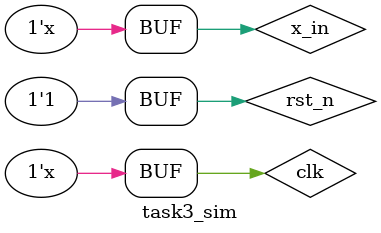
<source format=v>
`timescale 1ns / 1ps


module task3_sim();
reg clk, x_in, rst_n; 
wire A, B, An, Bn; 
task3 g(A, B, An, Bn, x_in, clk, rst_n); 
always #10 clk = ~clk; 
always #20 x_in = ~x_in; 
initial begin 
    clk = 1'b0; 
    x_in = 1'b0; 
    rst_n = 1'b0;
    #2 rst_n = ~rst_n;
    #2 rst_n = ~rst_n; 
    #2 rst_n = ~rst_n; 
end 
endmodule 

</source>
